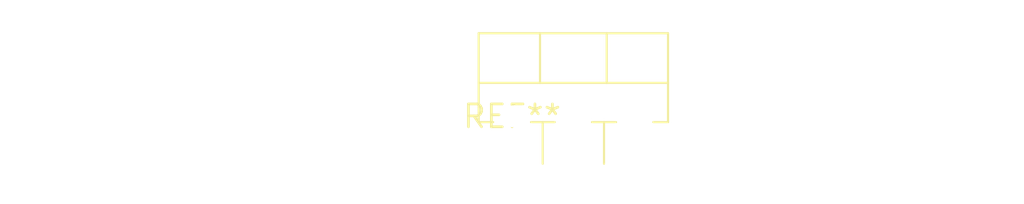
<source format=kicad_pcb>
(kicad_pcb (version 20240108) (generator pcbnew)
  (layers (0 "F.Cu" signal) (31 "B.Cu" signal) (34 "B.Paste" user) (35 "F.Paste" user) (36 "B.SilkS" user "B.Silkscreen") (37 "F.SilkS" user "F.Silkscreen") (38 "B.Mask" user) (39 "F.Mask" user) (44 "Edge.Cuts" user))
  (net 0 "")
  (footprint "TO-220F-5_P3.4x3.7mm_StaggerEven_Lead3.5mm_Vertical" (layer "F.Cu") (at 0 0)
    (property "Reference" "REF**")
    (property "Value" "TO-220F-5_P3.4x3.7mm_StaggerEven_Lead3.5mm_Vertical")
    (fp_line (start -1.85 -4.62) (end -1.85 0.321) (layer "F.SilkS") (stroke (width 0.12)))
    (fp_line (start -1.85 -4.62) (end 8.65 -4.62) (layer "F.SilkS") (stroke (width 0.12)))
    (fp_line (start -1.85 -1.861) (end 8.65 -1.861) (layer "F.SilkS") (stroke (width 0.12)))
    (fp_line (start -1.85 0.321) (end -1.05 0.321) (layer "F.SilkS") (stroke (width 0.12)))
    (fp_line (start 1.05 0.321) (end 2.369 0.321) (layer "F.SilkS") (stroke (width 0.12)))
    (fp_line (start 1.55 -4.62) (end 1.55 -1.861) (layer "F.SilkS") (stroke (width 0.12)))
    (fp_line (start 1.7 0.321) (end 1.7 2.635) (layer "F.SilkS") (stroke (width 0.12)))
    (fp_line (start 4.432 0.321) (end 5.769 0.321) (layer "F.SilkS") (stroke (width 0.12)))
    (fp_line (start 5.1 0.321) (end 5.1 2.635) (layer "F.SilkS") (stroke (width 0.12)))
    (fp_line (start 5.25 -4.62) (end 5.25 -1.861) (layer "F.SilkS") (stroke (width 0.12)))
    (fp_line (start 7.832 0.321) (end 8.65 0.321) (layer "F.SilkS") (stroke (width 0.12)))
    (fp_line (start 8.65 -4.62) (end 8.65 0.321) (layer "F.SilkS") (stroke (width 0.12)))
    (pad "1" thru_hole rect (at 0 0) (size 1.8 1.8) (drill 1.2) (layers *.Cu *.Mask) (remove_unused_layers))
    (pad "2" thru_hole oval (at 1.7 3.7) (size 1.8 1.8) (drill 1.2) (layers *.Cu *.Mask) (remove_unused_layers))
    (pad "3" thru_hole oval (at 3.4 0) (size 1.8 1.8) (drill 1.2) (layers *.Cu *.Mask) (remove_unused_layers))
    (pad "4" thru_hole oval (at 5.1 3.7) (size 1.8 1.8) (drill 1.2) (layers *.Cu *.Mask) (remove_unused_layers))
    (pad "5" thru_hole oval (at 6.8 0) (size 1.8 1.8) (drill 1.2) (layers *.Cu *.Mask) (remove_unused_layers))
  )
)
</source>
